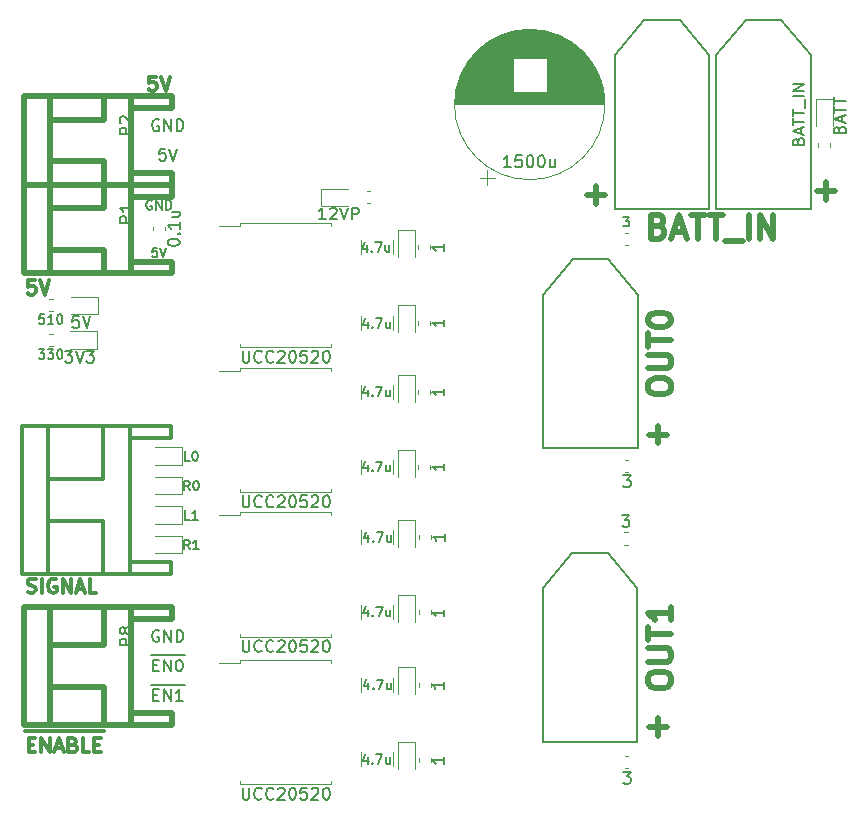
<source format=gbr>
G04 #@! TF.GenerationSoftware,KiCad,Pcbnew,(5.1.2)-1*
G04 #@! TF.CreationDate,2019-09-19T23:19:24+09:00*
G04 #@! TF.ProjectId,Slapnir,536c6170-6e69-4722-9e6b-696361645f70,rev?*
G04 #@! TF.SameCoordinates,Original*
G04 #@! TF.FileFunction,Legend,Top*
G04 #@! TF.FilePolarity,Positive*
%FSLAX46Y46*%
G04 Gerber Fmt 4.6, Leading zero omitted, Abs format (unit mm)*
G04 Created by KiCad (PCBNEW (5.1.2)-1) date 2019-09-19 23:19:24*
%MOMM*%
%LPD*%
G04 APERTURE LIST*
%ADD10C,0.150000*%
%ADD11C,0.500000*%
%ADD12C,0.120000*%
%ADD13C,0.300000*%
G04 APERTURE END LIST*
D10*
X124797619Y-91335000D02*
X125702380Y-91335000D01*
X125035714Y-92178571D02*
X125369047Y-92178571D01*
X125511904Y-92702380D02*
X125035714Y-92702380D01*
X125035714Y-91702380D01*
X125511904Y-91702380D01*
X125702380Y-91335000D02*
X126750000Y-91335000D01*
X125940476Y-92702380D02*
X125940476Y-91702380D01*
X126511904Y-92702380D01*
X126511904Y-91702380D01*
X126750000Y-91335000D02*
X127702380Y-91335000D01*
X127511904Y-92702380D02*
X126940476Y-92702380D01*
X127226190Y-92702380D02*
X127226190Y-91702380D01*
X127130952Y-91845238D01*
X127035714Y-91940476D01*
X126940476Y-91988095D01*
X124797619Y-88835000D02*
X125702380Y-88835000D01*
X125035714Y-89678571D02*
X125369047Y-89678571D01*
X125511904Y-90202380D02*
X125035714Y-90202380D01*
X125035714Y-89202380D01*
X125511904Y-89202380D01*
X125702380Y-88835000D02*
X126750000Y-88835000D01*
X125940476Y-90202380D02*
X125940476Y-89202380D01*
X126511904Y-90202380D01*
X126511904Y-89202380D01*
X126750000Y-88835000D02*
X127702380Y-88835000D01*
X127178571Y-89202380D02*
X127273809Y-89202380D01*
X127369047Y-89250000D01*
X127416666Y-89297619D01*
X127464285Y-89392857D01*
X127511904Y-89583333D01*
X127511904Y-89821428D01*
X127464285Y-90011904D01*
X127416666Y-90107142D01*
X127369047Y-90154761D01*
X127273809Y-90202380D01*
X127178571Y-90202380D01*
X127083333Y-90154761D01*
X127035714Y-90107142D01*
X126988095Y-90011904D01*
X126940476Y-89821428D01*
X126940476Y-89583333D01*
X126988095Y-89392857D01*
X127035714Y-89297619D01*
X127083333Y-89250000D01*
X127178571Y-89202380D01*
X125488095Y-86750000D02*
X125392857Y-86702380D01*
X125250000Y-86702380D01*
X125107142Y-86750000D01*
X125011904Y-86845238D01*
X124964285Y-86940476D01*
X124916666Y-87130952D01*
X124916666Y-87273809D01*
X124964285Y-87464285D01*
X125011904Y-87559523D01*
X125107142Y-87654761D01*
X125250000Y-87702380D01*
X125345238Y-87702380D01*
X125488095Y-87654761D01*
X125535714Y-87607142D01*
X125535714Y-87273809D01*
X125345238Y-87273809D01*
X125964285Y-87702380D02*
X125964285Y-86702380D01*
X126535714Y-87702380D01*
X126535714Y-86702380D01*
X127011904Y-87702380D02*
X127011904Y-86702380D01*
X127250000Y-86702380D01*
X127392857Y-86750000D01*
X127488095Y-86845238D01*
X127535714Y-86940476D01*
X127583333Y-87130952D01*
X127583333Y-87273809D01*
X127535714Y-87464285D01*
X127488095Y-87559523D01*
X127392857Y-87654761D01*
X127250000Y-87702380D01*
X127011904Y-87702380D01*
X128116666Y-77361904D02*
X127735714Y-77361904D01*
X127735714Y-76561904D01*
X128802380Y-77361904D02*
X128345238Y-77361904D01*
X128573809Y-77361904D02*
X128573809Y-76561904D01*
X128497619Y-76676190D01*
X128421428Y-76752380D01*
X128345238Y-76790476D01*
X128116666Y-79861904D02*
X127850000Y-79480952D01*
X127659523Y-79861904D02*
X127659523Y-79061904D01*
X127964285Y-79061904D01*
X128040476Y-79100000D01*
X128078571Y-79138095D01*
X128116666Y-79214285D01*
X128116666Y-79328571D01*
X128078571Y-79404761D01*
X128040476Y-79442857D01*
X127964285Y-79480952D01*
X127659523Y-79480952D01*
X128878571Y-79861904D02*
X128421428Y-79861904D01*
X128650000Y-79861904D02*
X128650000Y-79061904D01*
X128573809Y-79176190D01*
X128497619Y-79252380D01*
X128421428Y-79290476D01*
X128116666Y-74861904D02*
X127850000Y-74480952D01*
X127659523Y-74861904D02*
X127659523Y-74061904D01*
X127964285Y-74061904D01*
X128040476Y-74100000D01*
X128078571Y-74138095D01*
X128116666Y-74214285D01*
X128116666Y-74328571D01*
X128078571Y-74404761D01*
X128040476Y-74442857D01*
X127964285Y-74480952D01*
X127659523Y-74480952D01*
X128611904Y-74061904D02*
X128688095Y-74061904D01*
X128764285Y-74100000D01*
X128802380Y-74138095D01*
X128840476Y-74214285D01*
X128878571Y-74366666D01*
X128878571Y-74557142D01*
X128840476Y-74709523D01*
X128802380Y-74785714D01*
X128764285Y-74823809D01*
X128688095Y-74861904D01*
X128611904Y-74861904D01*
X128535714Y-74823809D01*
X128497619Y-74785714D01*
X128459523Y-74709523D01*
X128421428Y-74557142D01*
X128421428Y-74366666D01*
X128459523Y-74214285D01*
X128497619Y-74138095D01*
X128535714Y-74100000D01*
X128611904Y-74061904D01*
X128116666Y-72361904D02*
X127735714Y-72361904D01*
X127735714Y-71561904D01*
X128535714Y-71561904D02*
X128611904Y-71561904D01*
X128688095Y-71600000D01*
X128726190Y-71638095D01*
X128764285Y-71714285D01*
X128802380Y-71866666D01*
X128802380Y-72057142D01*
X128764285Y-72209523D01*
X128726190Y-72285714D01*
X128688095Y-72323809D01*
X128611904Y-72361904D01*
X128535714Y-72361904D01*
X128459523Y-72323809D01*
X128421428Y-72285714D01*
X128383333Y-72209523D01*
X128345238Y-72057142D01*
X128345238Y-71866666D01*
X128383333Y-71714285D01*
X128421428Y-71638095D01*
X128459523Y-71600000D01*
X128535714Y-71561904D01*
X124890476Y-50350000D02*
X124814285Y-50311904D01*
X124700000Y-50311904D01*
X124585714Y-50350000D01*
X124509523Y-50426190D01*
X124471428Y-50502380D01*
X124433333Y-50654761D01*
X124433333Y-50769047D01*
X124471428Y-50921428D01*
X124509523Y-50997619D01*
X124585714Y-51073809D01*
X124700000Y-51111904D01*
X124776190Y-51111904D01*
X124890476Y-51073809D01*
X124928571Y-51035714D01*
X124928571Y-50769047D01*
X124776190Y-50769047D01*
X125271428Y-51111904D02*
X125271428Y-50311904D01*
X125728571Y-51111904D01*
X125728571Y-50311904D01*
X126109523Y-51111904D02*
X126109523Y-50311904D01*
X126300000Y-50311904D01*
X126414285Y-50350000D01*
X126490476Y-50426190D01*
X126528571Y-50502380D01*
X126566666Y-50654761D01*
X126566666Y-50769047D01*
X126528571Y-50921428D01*
X126490476Y-50997619D01*
X126414285Y-51073809D01*
X126300000Y-51111904D01*
X126109523Y-51111904D01*
X125347619Y-54311904D02*
X124966666Y-54311904D01*
X124928571Y-54692857D01*
X124966666Y-54654761D01*
X125042857Y-54616666D01*
X125233333Y-54616666D01*
X125309523Y-54654761D01*
X125347619Y-54692857D01*
X125385714Y-54769047D01*
X125385714Y-54959523D01*
X125347619Y-55035714D01*
X125309523Y-55073809D01*
X125233333Y-55111904D01*
X125042857Y-55111904D01*
X124966666Y-55073809D01*
X124928571Y-55035714D01*
X125614285Y-54311904D02*
X125880952Y-55111904D01*
X126147619Y-54311904D01*
X126059523Y-45952380D02*
X125583333Y-45952380D01*
X125535714Y-46428571D01*
X125583333Y-46380952D01*
X125678571Y-46333333D01*
X125916666Y-46333333D01*
X126011904Y-46380952D01*
X126059523Y-46428571D01*
X126107142Y-46523809D01*
X126107142Y-46761904D01*
X126059523Y-46857142D01*
X126011904Y-46904761D01*
X125916666Y-46952380D01*
X125678571Y-46952380D01*
X125583333Y-46904761D01*
X125535714Y-46857142D01*
X126392857Y-45952380D02*
X126726190Y-46952380D01*
X127059523Y-45952380D01*
X125488095Y-43500000D02*
X125392857Y-43452380D01*
X125250000Y-43452380D01*
X125107142Y-43500000D01*
X125011904Y-43595238D01*
X124964285Y-43690476D01*
X124916666Y-43880952D01*
X124916666Y-44023809D01*
X124964285Y-44214285D01*
X125011904Y-44309523D01*
X125107142Y-44404761D01*
X125250000Y-44452380D01*
X125345238Y-44452380D01*
X125488095Y-44404761D01*
X125535714Y-44357142D01*
X125535714Y-44023809D01*
X125345238Y-44023809D01*
X125964285Y-44452380D02*
X125964285Y-43452380D01*
X126535714Y-44452380D01*
X126535714Y-43452380D01*
X127011904Y-44452380D02*
X127011904Y-43452380D01*
X127250000Y-43452380D01*
X127392857Y-43500000D01*
X127488095Y-43595238D01*
X127535714Y-43690476D01*
X127583333Y-43880952D01*
X127583333Y-44023809D01*
X127535714Y-44214285D01*
X127488095Y-44309523D01*
X127392857Y-44404761D01*
X127250000Y-44452380D01*
X127011904Y-44452380D01*
D11*
X161738095Y-49892857D02*
X163261904Y-49892857D01*
X162500000Y-50654761D02*
X162500000Y-49130952D01*
X166988095Y-94892857D02*
X168511904Y-94892857D01*
X167750000Y-95654761D02*
X167750000Y-94130952D01*
X166988095Y-70142857D02*
X168511904Y-70142857D01*
X167750000Y-70904761D02*
X167750000Y-69380952D01*
X181238095Y-49492857D02*
X182761904Y-49492857D01*
X182000000Y-50254761D02*
X182000000Y-48730952D01*
D12*
X126010000Y-52537221D02*
X126010000Y-52862779D01*
X124990000Y-52537221D02*
X124990000Y-52862779D01*
X145310000Y-53697936D02*
X145310000Y-54902064D01*
X142590000Y-53697936D02*
X142590000Y-54902064D01*
X145310000Y-60097936D02*
X145310000Y-61302064D01*
X142590000Y-60097936D02*
X142590000Y-61302064D01*
X142590000Y-65947936D02*
X142590000Y-67152064D01*
X145310000Y-65947936D02*
X145310000Y-67152064D01*
X145310000Y-72297936D02*
X145310000Y-73502064D01*
X142590000Y-72297936D02*
X142590000Y-73502064D01*
X142640000Y-78247936D02*
X142640000Y-79452064D01*
X145360000Y-78247936D02*
X145360000Y-79452064D01*
X142640000Y-84547936D02*
X142640000Y-85752064D01*
X145360000Y-84547936D02*
X145360000Y-85752064D01*
X145360000Y-90747936D02*
X145360000Y-91952064D01*
X142640000Y-90747936D02*
X142640000Y-91952064D01*
X142640000Y-97047936D02*
X142640000Y-98252064D01*
X145360000Y-97047936D02*
X145360000Y-98252064D01*
X163270000Y-42200000D02*
G75*
G03X163270000Y-42200000I-6370000J0D01*
G01*
X150570000Y-42200000D02*
X163230000Y-42200000D01*
X150570000Y-42160000D02*
X163230000Y-42160000D01*
X150570000Y-42120000D02*
X163230000Y-42120000D01*
X150571000Y-42080000D02*
X163229000Y-42080000D01*
X150572000Y-42040000D02*
X163228000Y-42040000D01*
X150573000Y-42000000D02*
X163227000Y-42000000D01*
X150574000Y-41960000D02*
X163226000Y-41960000D01*
X150576000Y-41920000D02*
X163224000Y-41920000D01*
X150578000Y-41880000D02*
X163222000Y-41880000D01*
X150580000Y-41840000D02*
X163220000Y-41840000D01*
X150582000Y-41800000D02*
X163218000Y-41800000D01*
X150585000Y-41760000D02*
X163215000Y-41760000D01*
X150588000Y-41720000D02*
X163212000Y-41720000D01*
X150591000Y-41680000D02*
X163209000Y-41680000D01*
X150594000Y-41640000D02*
X163206000Y-41640000D01*
X150598000Y-41600000D02*
X163202000Y-41600000D01*
X150602000Y-41560000D02*
X163198000Y-41560000D01*
X150606000Y-41520000D02*
X163194000Y-41520000D01*
X150610000Y-41479000D02*
X163190000Y-41479000D01*
X150615000Y-41439000D02*
X163185000Y-41439000D01*
X150620000Y-41399000D02*
X163180000Y-41399000D01*
X150625000Y-41359000D02*
X163175000Y-41359000D01*
X150631000Y-41319000D02*
X163169000Y-41319000D01*
X150636000Y-41279000D02*
X163164000Y-41279000D01*
X150642000Y-41239000D02*
X163158000Y-41239000D01*
X150648000Y-41199000D02*
X163152000Y-41199000D01*
X150655000Y-41159000D02*
X163145000Y-41159000D01*
X150662000Y-41119000D02*
X155460000Y-41119000D01*
X158340000Y-41119000D02*
X163138000Y-41119000D01*
X150669000Y-41079000D02*
X155460000Y-41079000D01*
X158340000Y-41079000D02*
X163131000Y-41079000D01*
X150676000Y-41039000D02*
X155460000Y-41039000D01*
X158340000Y-41039000D02*
X163124000Y-41039000D01*
X150684000Y-40999000D02*
X155460000Y-40999000D01*
X158340000Y-40999000D02*
X163116000Y-40999000D01*
X150691000Y-40959000D02*
X155460000Y-40959000D01*
X158340000Y-40959000D02*
X163109000Y-40959000D01*
X150699000Y-40919000D02*
X155460000Y-40919000D01*
X158340000Y-40919000D02*
X163101000Y-40919000D01*
X150708000Y-40879000D02*
X155460000Y-40879000D01*
X158340000Y-40879000D02*
X163092000Y-40879000D01*
X150716000Y-40839000D02*
X155460000Y-40839000D01*
X158340000Y-40839000D02*
X163084000Y-40839000D01*
X150725000Y-40799000D02*
X155460000Y-40799000D01*
X158340000Y-40799000D02*
X163075000Y-40799000D01*
X150734000Y-40759000D02*
X155460000Y-40759000D01*
X158340000Y-40759000D02*
X163066000Y-40759000D01*
X150744000Y-40719000D02*
X155460000Y-40719000D01*
X158340000Y-40719000D02*
X163056000Y-40719000D01*
X150754000Y-40679000D02*
X155460000Y-40679000D01*
X158340000Y-40679000D02*
X163046000Y-40679000D01*
X150763000Y-40639000D02*
X155460000Y-40639000D01*
X158340000Y-40639000D02*
X163037000Y-40639000D01*
X150774000Y-40599000D02*
X155460000Y-40599000D01*
X158340000Y-40599000D02*
X163026000Y-40599000D01*
X150784000Y-40559000D02*
X155460000Y-40559000D01*
X158340000Y-40559000D02*
X163016000Y-40559000D01*
X150795000Y-40519000D02*
X155460000Y-40519000D01*
X158340000Y-40519000D02*
X163005000Y-40519000D01*
X150806000Y-40479000D02*
X155460000Y-40479000D01*
X158340000Y-40479000D02*
X162994000Y-40479000D01*
X150817000Y-40439000D02*
X155460000Y-40439000D01*
X158340000Y-40439000D02*
X162983000Y-40439000D01*
X150829000Y-40399000D02*
X155460000Y-40399000D01*
X158340000Y-40399000D02*
X162971000Y-40399000D01*
X150841000Y-40359000D02*
X155460000Y-40359000D01*
X158340000Y-40359000D02*
X162959000Y-40359000D01*
X150853000Y-40319000D02*
X155460000Y-40319000D01*
X158340000Y-40319000D02*
X162947000Y-40319000D01*
X150866000Y-40279000D02*
X155460000Y-40279000D01*
X158340000Y-40279000D02*
X162934000Y-40279000D01*
X150879000Y-40239000D02*
X155460000Y-40239000D01*
X158340000Y-40239000D02*
X162921000Y-40239000D01*
X150892000Y-40199000D02*
X155460000Y-40199000D01*
X158340000Y-40199000D02*
X162908000Y-40199000D01*
X150905000Y-40159000D02*
X155460000Y-40159000D01*
X158340000Y-40159000D02*
X162895000Y-40159000D01*
X150919000Y-40119000D02*
X155460000Y-40119000D01*
X158340000Y-40119000D02*
X162881000Y-40119000D01*
X150933000Y-40079000D02*
X155460000Y-40079000D01*
X158340000Y-40079000D02*
X162867000Y-40079000D01*
X150947000Y-40039000D02*
X155460000Y-40039000D01*
X158340000Y-40039000D02*
X162853000Y-40039000D01*
X150961000Y-39999000D02*
X155460000Y-39999000D01*
X158340000Y-39999000D02*
X162839000Y-39999000D01*
X150976000Y-39959000D02*
X155460000Y-39959000D01*
X158340000Y-39959000D02*
X162824000Y-39959000D01*
X150992000Y-39919000D02*
X155460000Y-39919000D01*
X158340000Y-39919000D02*
X162808000Y-39919000D01*
X151007000Y-39879000D02*
X155460000Y-39879000D01*
X158340000Y-39879000D02*
X162793000Y-39879000D01*
X151023000Y-39839000D02*
X155460000Y-39839000D01*
X158340000Y-39839000D02*
X162777000Y-39839000D01*
X151039000Y-39799000D02*
X155460000Y-39799000D01*
X158340000Y-39799000D02*
X162761000Y-39799000D01*
X151055000Y-39759000D02*
X155460000Y-39759000D01*
X158340000Y-39759000D02*
X162745000Y-39759000D01*
X151072000Y-39719000D02*
X155460000Y-39719000D01*
X158340000Y-39719000D02*
X162728000Y-39719000D01*
X151089000Y-39679000D02*
X155460000Y-39679000D01*
X158340000Y-39679000D02*
X162711000Y-39679000D01*
X151107000Y-39639000D02*
X155460000Y-39639000D01*
X158340000Y-39639000D02*
X162693000Y-39639000D01*
X151124000Y-39599000D02*
X155460000Y-39599000D01*
X158340000Y-39599000D02*
X162676000Y-39599000D01*
X151142000Y-39559000D02*
X155460000Y-39559000D01*
X158340000Y-39559000D02*
X162658000Y-39559000D01*
X151161000Y-39519000D02*
X155460000Y-39519000D01*
X158340000Y-39519000D02*
X162639000Y-39519000D01*
X151179000Y-39479000D02*
X155460000Y-39479000D01*
X158340000Y-39479000D02*
X162621000Y-39479000D01*
X151198000Y-39439000D02*
X155460000Y-39439000D01*
X158340000Y-39439000D02*
X162602000Y-39439000D01*
X151218000Y-39399000D02*
X155460000Y-39399000D01*
X158340000Y-39399000D02*
X162582000Y-39399000D01*
X151238000Y-39359000D02*
X155460000Y-39359000D01*
X158340000Y-39359000D02*
X162562000Y-39359000D01*
X151258000Y-39319000D02*
X155460000Y-39319000D01*
X158340000Y-39319000D02*
X162542000Y-39319000D01*
X151278000Y-39279000D02*
X155460000Y-39279000D01*
X158340000Y-39279000D02*
X162522000Y-39279000D01*
X151299000Y-39239000D02*
X155460000Y-39239000D01*
X158340000Y-39239000D02*
X162501000Y-39239000D01*
X151320000Y-39199000D02*
X155460000Y-39199000D01*
X158340000Y-39199000D02*
X162480000Y-39199000D01*
X151342000Y-39159000D02*
X155460000Y-39159000D01*
X158340000Y-39159000D02*
X162458000Y-39159000D01*
X151364000Y-39119000D02*
X155460000Y-39119000D01*
X158340000Y-39119000D02*
X162436000Y-39119000D01*
X151386000Y-39079000D02*
X155460000Y-39079000D01*
X158340000Y-39079000D02*
X162414000Y-39079000D01*
X151409000Y-39039000D02*
X155460000Y-39039000D01*
X158340000Y-39039000D02*
X162391000Y-39039000D01*
X151432000Y-38999000D02*
X155460000Y-38999000D01*
X158340000Y-38999000D02*
X162368000Y-38999000D01*
X151455000Y-38959000D02*
X155460000Y-38959000D01*
X158340000Y-38959000D02*
X162345000Y-38959000D01*
X151479000Y-38919000D02*
X155460000Y-38919000D01*
X158340000Y-38919000D02*
X162321000Y-38919000D01*
X151503000Y-38879000D02*
X155460000Y-38879000D01*
X158340000Y-38879000D02*
X162297000Y-38879000D01*
X151528000Y-38839000D02*
X155460000Y-38839000D01*
X158340000Y-38839000D02*
X162272000Y-38839000D01*
X151553000Y-38799000D02*
X155460000Y-38799000D01*
X158340000Y-38799000D02*
X162247000Y-38799000D01*
X151578000Y-38759000D02*
X155460000Y-38759000D01*
X158340000Y-38759000D02*
X162222000Y-38759000D01*
X151604000Y-38719000D02*
X155460000Y-38719000D01*
X158340000Y-38719000D02*
X162196000Y-38719000D01*
X151630000Y-38679000D02*
X155460000Y-38679000D01*
X158340000Y-38679000D02*
X162170000Y-38679000D01*
X151657000Y-38639000D02*
X155460000Y-38639000D01*
X158340000Y-38639000D02*
X162143000Y-38639000D01*
X151684000Y-38599000D02*
X155460000Y-38599000D01*
X158340000Y-38599000D02*
X162116000Y-38599000D01*
X151712000Y-38559000D02*
X155460000Y-38559000D01*
X158340000Y-38559000D02*
X162088000Y-38559000D01*
X151740000Y-38519000D02*
X155460000Y-38519000D01*
X158340000Y-38519000D02*
X162060000Y-38519000D01*
X151769000Y-38479000D02*
X155460000Y-38479000D01*
X158340000Y-38479000D02*
X162031000Y-38479000D01*
X151798000Y-38439000D02*
X155460000Y-38439000D01*
X158340000Y-38439000D02*
X162002000Y-38439000D01*
X151827000Y-38399000D02*
X155460000Y-38399000D01*
X158340000Y-38399000D02*
X161973000Y-38399000D01*
X151857000Y-38359000D02*
X155460000Y-38359000D01*
X158340000Y-38359000D02*
X161943000Y-38359000D01*
X151888000Y-38319000D02*
X155460000Y-38319000D01*
X158340000Y-38319000D02*
X161912000Y-38319000D01*
X151918000Y-38279000D02*
X155460000Y-38279000D01*
X158340000Y-38279000D02*
X161882000Y-38279000D01*
X151950000Y-38239000D02*
X161850000Y-38239000D01*
X151982000Y-38199000D02*
X161818000Y-38199000D01*
X152015000Y-38159000D02*
X161785000Y-38159000D01*
X152048000Y-38119000D02*
X161752000Y-38119000D01*
X152081000Y-38079000D02*
X161719000Y-38079000D01*
X152115000Y-38039000D02*
X161685000Y-38039000D01*
X152150000Y-37999000D02*
X161650000Y-37999000D01*
X152186000Y-37959000D02*
X161614000Y-37959000D01*
X152222000Y-37919000D02*
X161578000Y-37919000D01*
X152258000Y-37879000D02*
X161542000Y-37879000D01*
X152295000Y-37839000D02*
X161505000Y-37839000D01*
X152333000Y-37799000D02*
X161467000Y-37799000D01*
X152372000Y-37759000D02*
X161428000Y-37759000D01*
X152411000Y-37719000D02*
X161389000Y-37719000D01*
X152451000Y-37679000D02*
X161349000Y-37679000D01*
X152492000Y-37639000D02*
X161308000Y-37639000D01*
X152533000Y-37599000D02*
X161267000Y-37599000D01*
X152575000Y-37559000D02*
X161225000Y-37559000D01*
X152618000Y-37519000D02*
X161182000Y-37519000D01*
X152662000Y-37479000D02*
X161138000Y-37479000D01*
X152706000Y-37439000D02*
X161094000Y-37439000D01*
X152752000Y-37399000D02*
X161048000Y-37399000D01*
X152798000Y-37359000D02*
X161002000Y-37359000D01*
X152845000Y-37319000D02*
X160955000Y-37319000D01*
X152893000Y-37279000D02*
X160907000Y-37279000D01*
X152943000Y-37239000D02*
X160857000Y-37239000D01*
X152993000Y-37199000D02*
X160807000Y-37199000D01*
X153044000Y-37159000D02*
X160756000Y-37159000D01*
X153096000Y-37119000D02*
X160704000Y-37119000D01*
X153150000Y-37079000D02*
X160650000Y-37079000D01*
X153204000Y-37039000D02*
X160596000Y-37039000D01*
X153260000Y-36999000D02*
X160540000Y-36999000D01*
X153317000Y-36959000D02*
X160483000Y-36959000D01*
X153376000Y-36919000D02*
X160424000Y-36919000D01*
X153436000Y-36879000D02*
X160364000Y-36879000D01*
X153498000Y-36839000D02*
X160302000Y-36839000D01*
X153561000Y-36799000D02*
X160239000Y-36799000D01*
X153625000Y-36759000D02*
X160175000Y-36759000D01*
X153692000Y-36719000D02*
X160108000Y-36719000D01*
X153760000Y-36679000D02*
X160040000Y-36679000D01*
X153831000Y-36639000D02*
X159969000Y-36639000D01*
X153904000Y-36599000D02*
X159896000Y-36599000D01*
X153979000Y-36559000D02*
X159821000Y-36559000D01*
X154056000Y-36519000D02*
X159744000Y-36519000D01*
X154136000Y-36479000D02*
X159664000Y-36479000D01*
X154219000Y-36439000D02*
X159581000Y-36439000D01*
X154306000Y-36399000D02*
X159494000Y-36399000D01*
X154396000Y-36359000D02*
X159404000Y-36359000D01*
X154490000Y-36319000D02*
X159310000Y-36319000D01*
X154588000Y-36279000D02*
X159212000Y-36279000D01*
X154691000Y-36239000D02*
X159109000Y-36239000D01*
X154800000Y-36199000D02*
X159000000Y-36199000D01*
X154916000Y-36159000D02*
X158884000Y-36159000D01*
X155039000Y-36119000D02*
X158761000Y-36119000D01*
X155172000Y-36079000D02*
X158628000Y-36079000D01*
X155317000Y-36039000D02*
X158483000Y-36039000D01*
X155478000Y-35999000D02*
X158322000Y-35999000D01*
X155659000Y-35959000D02*
X158141000Y-35959000D01*
X155872000Y-35919000D02*
X157928000Y-35919000D01*
X156143000Y-35879000D02*
X157657000Y-35879000D01*
X156583000Y-35839000D02*
X157217000Y-35839000D01*
X153325000Y-49017082D02*
X153325000Y-47767082D01*
X152700000Y-48392082D02*
X153950000Y-48392082D01*
X127485000Y-71215000D02*
X125200000Y-71215000D01*
X127485000Y-72685000D02*
X127485000Y-71215000D01*
X125200000Y-72685000D02*
X127485000Y-72685000D01*
X125200000Y-75185000D02*
X127485000Y-75185000D01*
X127485000Y-75185000D02*
X127485000Y-73715000D01*
X127485000Y-73715000D02*
X125200000Y-73715000D01*
X127485000Y-76215000D02*
X125200000Y-76215000D01*
X127485000Y-77685000D02*
X127485000Y-76215000D01*
X125200000Y-77685000D02*
X127485000Y-77685000D01*
X125200000Y-80185000D02*
X127485000Y-80185000D01*
X127485000Y-80185000D02*
X127485000Y-78715000D01*
X127485000Y-78715000D02*
X125200000Y-78715000D01*
X118050000Y-59935000D02*
X120335000Y-59935000D01*
X120335000Y-59935000D02*
X120335000Y-58465000D01*
X120335000Y-58465000D02*
X118050000Y-58465000D01*
X120285000Y-61415000D02*
X118000000Y-61415000D01*
X120285000Y-62885000D02*
X120285000Y-61415000D01*
X118000000Y-62885000D02*
X120285000Y-62885000D01*
X147185000Y-55100000D02*
X147185000Y-52815000D01*
X147185000Y-52815000D02*
X145715000Y-52815000D01*
X145715000Y-52815000D02*
X145715000Y-55100000D01*
X147185000Y-67350000D02*
X147185000Y-65065000D01*
X147185000Y-65065000D02*
X145715000Y-65065000D01*
X145715000Y-65065000D02*
X145715000Y-67350000D01*
X145715000Y-71415000D02*
X145715000Y-73700000D01*
X147185000Y-71415000D02*
X145715000Y-71415000D01*
X147185000Y-73700000D02*
X147185000Y-71415000D01*
X145715000Y-77365000D02*
X145715000Y-79650000D01*
X147185000Y-77365000D02*
X145715000Y-77365000D01*
X147185000Y-79650000D02*
X147185000Y-77365000D01*
X147185000Y-86000000D02*
X147185000Y-83715000D01*
X147185000Y-83715000D02*
X145715000Y-83715000D01*
X145715000Y-83715000D02*
X145715000Y-86000000D01*
X145715000Y-89865000D02*
X145715000Y-92150000D01*
X147185000Y-89865000D02*
X145715000Y-89865000D01*
X147185000Y-92150000D02*
X147185000Y-89865000D01*
X147185000Y-98500000D02*
X147185000Y-96215000D01*
X147185000Y-96215000D02*
X145715000Y-96215000D01*
X145715000Y-96215000D02*
X145715000Y-98500000D01*
X182585000Y-44000000D02*
X182585000Y-41715000D01*
X182585000Y-41715000D02*
X181115000Y-41715000D01*
X181115000Y-41715000D02*
X181115000Y-44000000D01*
X139265000Y-50785000D02*
X141550000Y-50785000D01*
X139265000Y-49315000D02*
X139265000Y-50785000D01*
X141550000Y-49315000D02*
X139265000Y-49315000D01*
D11*
X126650000Y-50000000D02*
X126650000Y-49000000D01*
X126650000Y-56500000D02*
X126650000Y-55500000D01*
X126650000Y-55500000D02*
X123150000Y-55500000D01*
X126650000Y-50000000D02*
X123150000Y-50000000D01*
X120850000Y-54500000D02*
X120850000Y-56500000D01*
X120850000Y-51000000D02*
X120850000Y-49000000D01*
X120850000Y-54500000D02*
X116250000Y-54500000D01*
X120850000Y-51000000D02*
X116250000Y-51000000D01*
X123150000Y-49000000D02*
X123150000Y-56500000D01*
X116250000Y-49000000D02*
X116250000Y-56500000D01*
X114050000Y-49000000D02*
X114050000Y-56500000D01*
X126650000Y-56500000D02*
X114050000Y-56500000D01*
X126650000Y-49000000D02*
X114050000Y-49000000D01*
X126650000Y-41500000D02*
X114050000Y-41500000D01*
X126650000Y-49000000D02*
X114050000Y-49000000D01*
X114050000Y-41500000D02*
X114050000Y-49000000D01*
X116250000Y-41500000D02*
X116250000Y-49000000D01*
X123150000Y-41500000D02*
X123150000Y-49000000D01*
X120850000Y-43500000D02*
X116250000Y-43500000D01*
X120850000Y-47000000D02*
X116250000Y-47000000D01*
X120850000Y-43500000D02*
X120850000Y-41500000D01*
X120850000Y-47000000D02*
X120850000Y-49000000D01*
X126650000Y-42500000D02*
X123150000Y-42500000D01*
X126650000Y-48000000D02*
X123150000Y-48000000D01*
X126650000Y-49000000D02*
X126650000Y-48000000D01*
X126650000Y-42500000D02*
X126650000Y-41500000D01*
D13*
X126550000Y-70450000D02*
X123050000Y-70450000D01*
X126550000Y-69450000D02*
X126550000Y-70450000D01*
X126550000Y-69450000D02*
X113950000Y-69450000D01*
X116150000Y-69450000D02*
X116150000Y-81950000D01*
X120750000Y-73950000D02*
X120750000Y-69450000D01*
X116150000Y-73950000D02*
X120750000Y-73950000D01*
X120750000Y-77450000D02*
X120750000Y-81950000D01*
X120750000Y-77450000D02*
X116150000Y-77450000D01*
X123050000Y-69450000D02*
X123050000Y-81950000D01*
X126550000Y-80950000D02*
X126550000Y-81950000D01*
X123050000Y-80950000D02*
X126550000Y-80950000D01*
X126550000Y-81950000D02*
X113950000Y-81950000D01*
X113950000Y-81950000D02*
X113950000Y-69450000D01*
D10*
X172100000Y-51050000D02*
X164100000Y-51050000D01*
X169600000Y-35050000D02*
X166600000Y-35050000D01*
X172100000Y-38050000D02*
X172100000Y-51050000D01*
X169600000Y-35050000D02*
X172100000Y-38050000D01*
X164100000Y-38050000D02*
X164100000Y-51050000D01*
X166600000Y-35050000D02*
X164100000Y-38050000D01*
X180700000Y-51050000D02*
X172700000Y-51050000D01*
X178200000Y-35050000D02*
X175200000Y-35050000D01*
X180700000Y-38050000D02*
X180700000Y-51050000D01*
X178200000Y-35050000D02*
X180700000Y-38050000D01*
X172700000Y-38050000D02*
X172700000Y-51050000D01*
X175200000Y-35050000D02*
X172700000Y-38050000D01*
X160550000Y-55300000D02*
X158050000Y-58300000D01*
X158050000Y-58300000D02*
X158050000Y-71300000D01*
X163550000Y-55300000D02*
X166050000Y-58300000D01*
X166050000Y-58300000D02*
X166050000Y-71300000D01*
X163550000Y-55300000D02*
X160550000Y-55300000D01*
X166050000Y-71300000D02*
X158050000Y-71300000D01*
X166000000Y-96150000D02*
X158000000Y-96150000D01*
X163500000Y-80150000D02*
X160500000Y-80150000D01*
X166000000Y-83150000D02*
X166000000Y-96150000D01*
X163500000Y-80150000D02*
X166000000Y-83150000D01*
X158000000Y-83150000D02*
X158000000Y-96150000D01*
X160500000Y-80150000D02*
X158000000Y-83150000D01*
D12*
X116512779Y-58690000D02*
X116187221Y-58690000D01*
X116512779Y-59710000D02*
X116187221Y-59710000D01*
X116512779Y-61640000D02*
X116187221Y-61640000D01*
X116512779Y-62660000D02*
X116187221Y-62660000D01*
X165262779Y-53090000D02*
X164937221Y-53090000D01*
X165262779Y-54110000D02*
X164937221Y-54110000D01*
X165262779Y-72340000D02*
X164937221Y-72340000D01*
X165262779Y-73360000D02*
X164937221Y-73360000D01*
X165212779Y-79460000D02*
X164887221Y-79460000D01*
X165212779Y-78440000D02*
X164887221Y-78440000D01*
X165262779Y-98360000D02*
X164937221Y-98360000D01*
X165262779Y-97340000D02*
X164937221Y-97340000D01*
X148460000Y-54137221D02*
X148460000Y-54462779D01*
X147440000Y-54137221D02*
X147440000Y-54462779D01*
X147440000Y-60537221D02*
X147440000Y-60862779D01*
X148460000Y-60537221D02*
X148460000Y-60862779D01*
X148460000Y-66387221D02*
X148460000Y-66712779D01*
X147440000Y-66387221D02*
X147440000Y-66712779D01*
X148460000Y-72737221D02*
X148460000Y-73062779D01*
X147440000Y-72737221D02*
X147440000Y-73062779D01*
X147490000Y-78687221D02*
X147490000Y-79012779D01*
X148510000Y-78687221D02*
X148510000Y-79012779D01*
X148510000Y-85037221D02*
X148510000Y-85362779D01*
X147490000Y-85037221D02*
X147490000Y-85362779D01*
X147490000Y-91187221D02*
X147490000Y-91512779D01*
X148510000Y-91187221D02*
X148510000Y-91512779D01*
X148510000Y-97537221D02*
X148510000Y-97862779D01*
X147490000Y-97537221D02*
X147490000Y-97862779D01*
X181340000Y-45437221D02*
X181340000Y-45762779D01*
X182360000Y-45437221D02*
X182360000Y-45762779D01*
X143087221Y-50560000D02*
X143412779Y-50560000D01*
X143087221Y-49540000D02*
X143412779Y-49540000D01*
X136250000Y-62760000D02*
X140110000Y-62760000D01*
X140110000Y-62760000D02*
X140110000Y-62505000D01*
X136250000Y-62760000D02*
X132390000Y-62760000D01*
X132390000Y-62760000D02*
X132390000Y-62505000D01*
X136250000Y-52240000D02*
X140110000Y-52240000D01*
X140110000Y-52240000D02*
X140110000Y-52495000D01*
X136250000Y-52240000D02*
X132390000Y-52240000D01*
X132390000Y-52240000D02*
X132390000Y-52495000D01*
X132390000Y-52495000D02*
X130575000Y-52495000D01*
X132390000Y-64745000D02*
X130575000Y-64745000D01*
X132390000Y-64490000D02*
X132390000Y-64745000D01*
X136250000Y-64490000D02*
X132390000Y-64490000D01*
X140110000Y-64490000D02*
X140110000Y-64745000D01*
X136250000Y-64490000D02*
X140110000Y-64490000D01*
X132390000Y-75010000D02*
X132390000Y-74755000D01*
X136250000Y-75010000D02*
X132390000Y-75010000D01*
X140110000Y-75010000D02*
X140110000Y-74755000D01*
X136250000Y-75010000D02*
X140110000Y-75010000D01*
X136250000Y-87260000D02*
X140110000Y-87260000D01*
X140110000Y-87260000D02*
X140110000Y-87005000D01*
X136250000Y-87260000D02*
X132390000Y-87260000D01*
X132390000Y-87260000D02*
X132390000Y-87005000D01*
X136250000Y-76740000D02*
X140110000Y-76740000D01*
X140110000Y-76740000D02*
X140110000Y-76995000D01*
X136250000Y-76740000D02*
X132390000Y-76740000D01*
X132390000Y-76740000D02*
X132390000Y-76995000D01*
X132390000Y-76995000D02*
X130575000Y-76995000D01*
X132390000Y-89495000D02*
X130575000Y-89495000D01*
X132390000Y-89240000D02*
X132390000Y-89495000D01*
X136250000Y-89240000D02*
X132390000Y-89240000D01*
X140110000Y-89240000D02*
X140110000Y-89495000D01*
X136250000Y-89240000D02*
X140110000Y-89240000D01*
X132390000Y-99760000D02*
X132390000Y-99505000D01*
X136250000Y-99760000D02*
X132390000Y-99760000D01*
X140110000Y-99760000D02*
X140110000Y-99505000D01*
X136250000Y-99760000D02*
X140110000Y-99760000D01*
X147185000Y-61500000D02*
X147185000Y-59215000D01*
X147185000Y-59215000D02*
X145715000Y-59215000D01*
X145715000Y-59215000D02*
X145715000Y-61500000D01*
D11*
X126650000Y-84750000D02*
X114050000Y-84750000D01*
X114050000Y-94750000D02*
X114050000Y-84750000D01*
X126650000Y-94750000D02*
X114050000Y-94750000D01*
X116250000Y-84750000D02*
X116250000Y-94750000D01*
X120850000Y-88000000D02*
X116250000Y-88000000D01*
X120850000Y-91500000D02*
X116250000Y-91500000D01*
X120850000Y-88000000D02*
X120850000Y-84750000D01*
X120850000Y-91500000D02*
X120850000Y-94750000D01*
X126650000Y-94750000D02*
X126650000Y-93750000D01*
X123150000Y-94750000D02*
X123150000Y-84750000D01*
X126650000Y-85750000D02*
X123150000Y-85750000D01*
X126650000Y-84750000D02*
X126650000Y-85750000D01*
X126650000Y-93750000D02*
X123150000Y-93750000D01*
D10*
X126252380Y-53914285D02*
X126252380Y-53819047D01*
X126300000Y-53723809D01*
X126347619Y-53676190D01*
X126442857Y-53628571D01*
X126633333Y-53580952D01*
X126871428Y-53580952D01*
X127061904Y-53628571D01*
X127157142Y-53676190D01*
X127204761Y-53723809D01*
X127252380Y-53819047D01*
X127252380Y-53914285D01*
X127204761Y-54009523D01*
X127157142Y-54057142D01*
X127061904Y-54104761D01*
X126871428Y-54152380D01*
X126633333Y-54152380D01*
X126442857Y-54104761D01*
X126347619Y-54057142D01*
X126300000Y-54009523D01*
X126252380Y-53914285D01*
X127157142Y-53152380D02*
X127204761Y-53104761D01*
X127252380Y-53152380D01*
X127204761Y-53200000D01*
X127157142Y-53152380D01*
X127252380Y-53152380D01*
X127252380Y-52152380D02*
X127252380Y-52723809D01*
X127252380Y-52438095D02*
X126252380Y-52438095D01*
X126395238Y-52533333D01*
X126490476Y-52628571D01*
X126538095Y-52723809D01*
X126585714Y-51295238D02*
X127252380Y-51295238D01*
X126585714Y-51723809D02*
X127109523Y-51723809D01*
X127204761Y-51676190D01*
X127252380Y-51580952D01*
X127252380Y-51438095D01*
X127204761Y-51342857D01*
X127157142Y-51295238D01*
X143119047Y-54128571D02*
X143119047Y-54661904D01*
X142928571Y-53823809D02*
X142738095Y-54395238D01*
X143233333Y-54395238D01*
X143538095Y-54585714D02*
X143576190Y-54623809D01*
X143538095Y-54661904D01*
X143500000Y-54623809D01*
X143538095Y-54585714D01*
X143538095Y-54661904D01*
X143842857Y-53861904D02*
X144376190Y-53861904D01*
X144033333Y-54661904D01*
X145023809Y-54128571D02*
X145023809Y-54661904D01*
X144680952Y-54128571D02*
X144680952Y-54547619D01*
X144719047Y-54623809D01*
X144795238Y-54661904D01*
X144909523Y-54661904D01*
X144985714Y-54623809D01*
X145023809Y-54585714D01*
X143169047Y-60578571D02*
X143169047Y-61111904D01*
X142978571Y-60273809D02*
X142788095Y-60845238D01*
X143283333Y-60845238D01*
X143588095Y-61035714D02*
X143626190Y-61073809D01*
X143588095Y-61111904D01*
X143550000Y-61073809D01*
X143588095Y-61035714D01*
X143588095Y-61111904D01*
X143892857Y-60311904D02*
X144426190Y-60311904D01*
X144083333Y-61111904D01*
X145073809Y-60578571D02*
X145073809Y-61111904D01*
X144730952Y-60578571D02*
X144730952Y-60997619D01*
X144769047Y-61073809D01*
X144845238Y-61111904D01*
X144959523Y-61111904D01*
X145035714Y-61073809D01*
X145073809Y-61035714D01*
X143169047Y-66378571D02*
X143169047Y-66911904D01*
X142978571Y-66073809D02*
X142788095Y-66645238D01*
X143283333Y-66645238D01*
X143588095Y-66835714D02*
X143626190Y-66873809D01*
X143588095Y-66911904D01*
X143550000Y-66873809D01*
X143588095Y-66835714D01*
X143588095Y-66911904D01*
X143892857Y-66111904D02*
X144426190Y-66111904D01*
X144083333Y-66911904D01*
X145073809Y-66378571D02*
X145073809Y-66911904D01*
X144730952Y-66378571D02*
X144730952Y-66797619D01*
X144769047Y-66873809D01*
X144845238Y-66911904D01*
X144959523Y-66911904D01*
X145035714Y-66873809D01*
X145073809Y-66835714D01*
X143169047Y-72728571D02*
X143169047Y-73261904D01*
X142978571Y-72423809D02*
X142788095Y-72995238D01*
X143283333Y-72995238D01*
X143588095Y-73185714D02*
X143626190Y-73223809D01*
X143588095Y-73261904D01*
X143550000Y-73223809D01*
X143588095Y-73185714D01*
X143588095Y-73261904D01*
X143892857Y-72461904D02*
X144426190Y-72461904D01*
X144083333Y-73261904D01*
X145073809Y-72728571D02*
X145073809Y-73261904D01*
X144730952Y-72728571D02*
X144730952Y-73147619D01*
X144769047Y-73223809D01*
X144845238Y-73261904D01*
X144959523Y-73261904D01*
X145035714Y-73223809D01*
X145073809Y-73185714D01*
X143219047Y-78678571D02*
X143219047Y-79211904D01*
X143028571Y-78373809D02*
X142838095Y-78945238D01*
X143333333Y-78945238D01*
X143638095Y-79135714D02*
X143676190Y-79173809D01*
X143638095Y-79211904D01*
X143600000Y-79173809D01*
X143638095Y-79135714D01*
X143638095Y-79211904D01*
X143942857Y-78411904D02*
X144476190Y-78411904D01*
X144133333Y-79211904D01*
X145123809Y-78678571D02*
X145123809Y-79211904D01*
X144780952Y-78678571D02*
X144780952Y-79097619D01*
X144819047Y-79173809D01*
X144895238Y-79211904D01*
X145009523Y-79211904D01*
X145085714Y-79173809D01*
X145123809Y-79135714D01*
X143204048Y-84973570D02*
X143204048Y-85506903D01*
X143013572Y-84668808D02*
X142823096Y-85240237D01*
X143318334Y-85240237D01*
X143623096Y-85430713D02*
X143661191Y-85468808D01*
X143623096Y-85506903D01*
X143585001Y-85468808D01*
X143623096Y-85430713D01*
X143623096Y-85506903D01*
X143927858Y-84706903D02*
X144461191Y-84706903D01*
X144118334Y-85506903D01*
X145108810Y-84973570D02*
X145108810Y-85506903D01*
X144765953Y-84973570D02*
X144765953Y-85392618D01*
X144804048Y-85468808D01*
X144880239Y-85506903D01*
X144994524Y-85506903D01*
X145070715Y-85468808D01*
X145108810Y-85430713D01*
X143219047Y-91178571D02*
X143219047Y-91711904D01*
X143028571Y-90873809D02*
X142838095Y-91445238D01*
X143333333Y-91445238D01*
X143638095Y-91635714D02*
X143676190Y-91673809D01*
X143638095Y-91711904D01*
X143600000Y-91673809D01*
X143638095Y-91635714D01*
X143638095Y-91711904D01*
X143942857Y-90911904D02*
X144476190Y-90911904D01*
X144133333Y-91711904D01*
X145123809Y-91178571D02*
X145123809Y-91711904D01*
X144780952Y-91178571D02*
X144780952Y-91597619D01*
X144819047Y-91673809D01*
X144895238Y-91711904D01*
X145009523Y-91711904D01*
X145085714Y-91673809D01*
X145123809Y-91635714D01*
X143169047Y-97478571D02*
X143169047Y-98011904D01*
X142978571Y-97173809D02*
X142788095Y-97745238D01*
X143283333Y-97745238D01*
X143588095Y-97935714D02*
X143626190Y-97973809D01*
X143588095Y-98011904D01*
X143550000Y-97973809D01*
X143588095Y-97935714D01*
X143588095Y-98011904D01*
X143892857Y-97211904D02*
X144426190Y-97211904D01*
X144083333Y-98011904D01*
X145073809Y-97478571D02*
X145073809Y-98011904D01*
X144730952Y-97478571D02*
X144730952Y-97897619D01*
X144769047Y-97973809D01*
X144845238Y-98011904D01*
X144959523Y-98011904D01*
X145035714Y-97973809D01*
X145073809Y-97935714D01*
X155304761Y-47502380D02*
X154733333Y-47502380D01*
X155019047Y-47502380D02*
X155019047Y-46502380D01*
X154923809Y-46645238D01*
X154828571Y-46740476D01*
X154733333Y-46788095D01*
X156209523Y-46502380D02*
X155733333Y-46502380D01*
X155685714Y-46978571D01*
X155733333Y-46930952D01*
X155828571Y-46883333D01*
X156066666Y-46883333D01*
X156161904Y-46930952D01*
X156209523Y-46978571D01*
X156257142Y-47073809D01*
X156257142Y-47311904D01*
X156209523Y-47407142D01*
X156161904Y-47454761D01*
X156066666Y-47502380D01*
X155828571Y-47502380D01*
X155733333Y-47454761D01*
X155685714Y-47407142D01*
X156876190Y-46502380D02*
X156971428Y-46502380D01*
X157066666Y-46550000D01*
X157114285Y-46597619D01*
X157161904Y-46692857D01*
X157209523Y-46883333D01*
X157209523Y-47121428D01*
X157161904Y-47311904D01*
X157114285Y-47407142D01*
X157066666Y-47454761D01*
X156971428Y-47502380D01*
X156876190Y-47502380D01*
X156780952Y-47454761D01*
X156733333Y-47407142D01*
X156685714Y-47311904D01*
X156638095Y-47121428D01*
X156638095Y-46883333D01*
X156685714Y-46692857D01*
X156733333Y-46597619D01*
X156780952Y-46550000D01*
X156876190Y-46502380D01*
X157828571Y-46502380D02*
X157923809Y-46502380D01*
X158019047Y-46550000D01*
X158066666Y-46597619D01*
X158114285Y-46692857D01*
X158161904Y-46883333D01*
X158161904Y-47121428D01*
X158114285Y-47311904D01*
X158066666Y-47407142D01*
X158019047Y-47454761D01*
X157923809Y-47502380D01*
X157828571Y-47502380D01*
X157733333Y-47454761D01*
X157685714Y-47407142D01*
X157638095Y-47311904D01*
X157590476Y-47121428D01*
X157590476Y-46883333D01*
X157638095Y-46692857D01*
X157685714Y-46597619D01*
X157733333Y-46550000D01*
X157828571Y-46502380D01*
X159019047Y-46835714D02*
X159019047Y-47502380D01*
X158590476Y-46835714D02*
X158590476Y-47359523D01*
X158638095Y-47454761D01*
X158733333Y-47502380D01*
X158876190Y-47502380D01*
X158971428Y-47454761D01*
X159019047Y-47407142D01*
X118709523Y-60102380D02*
X118233333Y-60102380D01*
X118185714Y-60578571D01*
X118233333Y-60530952D01*
X118328571Y-60483333D01*
X118566666Y-60483333D01*
X118661904Y-60530952D01*
X118709523Y-60578571D01*
X118757142Y-60673809D01*
X118757142Y-60911904D01*
X118709523Y-61007142D01*
X118661904Y-61054761D01*
X118566666Y-61102380D01*
X118328571Y-61102380D01*
X118233333Y-61054761D01*
X118185714Y-61007142D01*
X119042857Y-60102380D02*
X119376190Y-61102380D01*
X119709523Y-60102380D01*
X117561904Y-63052380D02*
X118180952Y-63052380D01*
X117847619Y-63433333D01*
X117990476Y-63433333D01*
X118085714Y-63480952D01*
X118133333Y-63528571D01*
X118180952Y-63623809D01*
X118180952Y-63861904D01*
X118133333Y-63957142D01*
X118085714Y-64004761D01*
X117990476Y-64052380D01*
X117704761Y-64052380D01*
X117609523Y-64004761D01*
X117561904Y-63957142D01*
X118466666Y-63052380D02*
X118800000Y-64052380D01*
X119133333Y-63052380D01*
X119371428Y-63052380D02*
X119990476Y-63052380D01*
X119657142Y-63433333D01*
X119800000Y-63433333D01*
X119895238Y-63480952D01*
X119942857Y-63528571D01*
X119990476Y-63623809D01*
X119990476Y-63861904D01*
X119942857Y-63957142D01*
X119895238Y-64004761D01*
X119800000Y-64052380D01*
X119514285Y-64052380D01*
X119419047Y-64004761D01*
X119371428Y-63957142D01*
X183128571Y-44319047D02*
X183176190Y-44176190D01*
X183223809Y-44128571D01*
X183319047Y-44080952D01*
X183461904Y-44080952D01*
X183557142Y-44128571D01*
X183604761Y-44176190D01*
X183652380Y-44271428D01*
X183652380Y-44652380D01*
X182652380Y-44652380D01*
X182652380Y-44319047D01*
X182700000Y-44223809D01*
X182747619Y-44176190D01*
X182842857Y-44128571D01*
X182938095Y-44128571D01*
X183033333Y-44176190D01*
X183080952Y-44223809D01*
X183128571Y-44319047D01*
X183128571Y-44652380D01*
X183366666Y-43700000D02*
X183366666Y-43223809D01*
X183652380Y-43795238D02*
X182652380Y-43461904D01*
X183652380Y-43128571D01*
X182652380Y-42938095D02*
X182652380Y-42366666D01*
X183652380Y-42652380D02*
X182652380Y-42652380D01*
X182652380Y-42176190D02*
X182652380Y-41604761D01*
X183652380Y-41890476D02*
X182652380Y-41890476D01*
X139630952Y-51932380D02*
X139059523Y-51932380D01*
X139345238Y-51932380D02*
X139345238Y-50932380D01*
X139250000Y-51075238D01*
X139154761Y-51170476D01*
X139059523Y-51218095D01*
X140011904Y-51027619D02*
X140059523Y-50980000D01*
X140154761Y-50932380D01*
X140392857Y-50932380D01*
X140488095Y-50980000D01*
X140535714Y-51027619D01*
X140583333Y-51122857D01*
X140583333Y-51218095D01*
X140535714Y-51360952D01*
X139964285Y-51932380D01*
X140583333Y-51932380D01*
X140869047Y-50932380D02*
X141202380Y-51932380D01*
X141535714Y-50932380D01*
X141869047Y-51932380D02*
X141869047Y-50932380D01*
X142250000Y-50932380D01*
X142345238Y-50980000D01*
X142392857Y-51027619D01*
X142440476Y-51122857D01*
X142440476Y-51265714D01*
X142392857Y-51360952D01*
X142345238Y-51408571D01*
X142250000Y-51456190D01*
X141869047Y-51456190D01*
X123202380Y-52238095D02*
X122202380Y-52238095D01*
X122202380Y-51857142D01*
X122250000Y-51761904D01*
X122297619Y-51714285D01*
X122392857Y-51666666D01*
X122535714Y-51666666D01*
X122630952Y-51714285D01*
X122678571Y-51761904D01*
X122726190Y-51857142D01*
X122726190Y-52238095D01*
X123202380Y-50714285D02*
X123202380Y-51285714D01*
X123202380Y-51000000D02*
X122202380Y-51000000D01*
X122345238Y-51095238D01*
X122440476Y-51190476D01*
X122488095Y-51285714D01*
D13*
X115021428Y-57092857D02*
X114450000Y-57092857D01*
X114392857Y-57664285D01*
X114450000Y-57607142D01*
X114564285Y-57550000D01*
X114850000Y-57550000D01*
X114964285Y-57607142D01*
X115021428Y-57664285D01*
X115078571Y-57778571D01*
X115078571Y-58064285D01*
X115021428Y-58178571D01*
X114964285Y-58235714D01*
X114850000Y-58292857D01*
X114564285Y-58292857D01*
X114450000Y-58235714D01*
X114392857Y-58178571D01*
X115421428Y-57092857D02*
X115821428Y-58292857D01*
X116221428Y-57092857D01*
D10*
X123202380Y-44738095D02*
X122202380Y-44738095D01*
X122202380Y-44357142D01*
X122250000Y-44261904D01*
X122297619Y-44214285D01*
X122392857Y-44166666D01*
X122535714Y-44166666D01*
X122630952Y-44214285D01*
X122678571Y-44261904D01*
X122726190Y-44357142D01*
X122726190Y-44738095D01*
X122297619Y-43785714D02*
X122250000Y-43738095D01*
X122202380Y-43642857D01*
X122202380Y-43404761D01*
X122250000Y-43309523D01*
X122297619Y-43261904D01*
X122392857Y-43214285D01*
X122488095Y-43214285D01*
X122630952Y-43261904D01*
X123202380Y-43833333D01*
X123202380Y-43214285D01*
D13*
X125271428Y-39842857D02*
X124700000Y-39842857D01*
X124642857Y-40414285D01*
X124700000Y-40357142D01*
X124814285Y-40300000D01*
X125100000Y-40300000D01*
X125214285Y-40357142D01*
X125271428Y-40414285D01*
X125328571Y-40528571D01*
X125328571Y-40814285D01*
X125271428Y-40928571D01*
X125214285Y-40985714D01*
X125100000Y-41042857D01*
X124814285Y-41042857D01*
X124700000Y-40985714D01*
X124642857Y-40928571D01*
X125671428Y-39842857D02*
X126071428Y-41042857D01*
X126471428Y-39842857D01*
X114392857Y-83485714D02*
X114564285Y-83542857D01*
X114850000Y-83542857D01*
X114964285Y-83485714D01*
X115021428Y-83428571D01*
X115078571Y-83314285D01*
X115078571Y-83200000D01*
X115021428Y-83085714D01*
X114964285Y-83028571D01*
X114850000Y-82971428D01*
X114621428Y-82914285D01*
X114507142Y-82857142D01*
X114450000Y-82800000D01*
X114392857Y-82685714D01*
X114392857Y-82571428D01*
X114450000Y-82457142D01*
X114507142Y-82400000D01*
X114621428Y-82342857D01*
X114907142Y-82342857D01*
X115078571Y-82400000D01*
X115592857Y-83542857D02*
X115592857Y-82342857D01*
X116792857Y-82400000D02*
X116678571Y-82342857D01*
X116507142Y-82342857D01*
X116335714Y-82400000D01*
X116221428Y-82514285D01*
X116164285Y-82628571D01*
X116107142Y-82857142D01*
X116107142Y-83028571D01*
X116164285Y-83257142D01*
X116221428Y-83371428D01*
X116335714Y-83485714D01*
X116507142Y-83542857D01*
X116621428Y-83542857D01*
X116792857Y-83485714D01*
X116850000Y-83428571D01*
X116850000Y-83028571D01*
X116621428Y-83028571D01*
X117364285Y-83542857D02*
X117364285Y-82342857D01*
X118050000Y-83542857D01*
X118050000Y-82342857D01*
X118564285Y-83200000D02*
X119135714Y-83200000D01*
X118450000Y-83542857D02*
X118850000Y-82342857D01*
X119250000Y-83542857D01*
X120221428Y-83542857D02*
X119650000Y-83542857D01*
X119650000Y-82342857D01*
D11*
X167826190Y-52507142D02*
X168111904Y-52602380D01*
X168207142Y-52697619D01*
X168302380Y-52888095D01*
X168302380Y-53173809D01*
X168207142Y-53364285D01*
X168111904Y-53459523D01*
X167921428Y-53554761D01*
X167159523Y-53554761D01*
X167159523Y-51554761D01*
X167826190Y-51554761D01*
X168016666Y-51650000D01*
X168111904Y-51745238D01*
X168207142Y-51935714D01*
X168207142Y-52126190D01*
X168111904Y-52316666D01*
X168016666Y-52411904D01*
X167826190Y-52507142D01*
X167159523Y-52507142D01*
X169064285Y-52983333D02*
X170016666Y-52983333D01*
X168873809Y-53554761D02*
X169540476Y-51554761D01*
X170207142Y-53554761D01*
X170588095Y-51554761D02*
X171730952Y-51554761D01*
X171159523Y-53554761D02*
X171159523Y-51554761D01*
X172111904Y-51554761D02*
X173254761Y-51554761D01*
X172683333Y-53554761D02*
X172683333Y-51554761D01*
X173445238Y-53745238D02*
X174969047Y-53745238D01*
X175445238Y-53554761D02*
X175445238Y-51554761D01*
X176397619Y-53554761D02*
X176397619Y-51554761D01*
X177540476Y-53554761D01*
X177540476Y-51554761D01*
D10*
X179628571Y-45311904D02*
X179676190Y-45169047D01*
X179723809Y-45121428D01*
X179819047Y-45073809D01*
X179961904Y-45073809D01*
X180057142Y-45121428D01*
X180104761Y-45169047D01*
X180152380Y-45264285D01*
X180152380Y-45645238D01*
X179152380Y-45645238D01*
X179152380Y-45311904D01*
X179200000Y-45216666D01*
X179247619Y-45169047D01*
X179342857Y-45121428D01*
X179438095Y-45121428D01*
X179533333Y-45169047D01*
X179580952Y-45216666D01*
X179628571Y-45311904D01*
X179628571Y-45645238D01*
X179866666Y-44692857D02*
X179866666Y-44216666D01*
X180152380Y-44788095D02*
X179152380Y-44454761D01*
X180152380Y-44121428D01*
X179152380Y-43930952D02*
X179152380Y-43359523D01*
X180152380Y-43645238D02*
X179152380Y-43645238D01*
X179152380Y-43169047D02*
X179152380Y-42597619D01*
X180152380Y-42883333D02*
X179152380Y-42883333D01*
X180247619Y-42502380D02*
X180247619Y-41740476D01*
X180152380Y-41502380D02*
X179152380Y-41502380D01*
X180152380Y-41026190D02*
X179152380Y-41026190D01*
X180152380Y-40454761D01*
X179152380Y-40454761D01*
D11*
X166904761Y-66252380D02*
X166904761Y-65871428D01*
X167000000Y-65680952D01*
X167190476Y-65490476D01*
X167571428Y-65395238D01*
X168238095Y-65395238D01*
X168619047Y-65490476D01*
X168809523Y-65680952D01*
X168904761Y-65871428D01*
X168904761Y-66252380D01*
X168809523Y-66442857D01*
X168619047Y-66633333D01*
X168238095Y-66728571D01*
X167571428Y-66728571D01*
X167190476Y-66633333D01*
X167000000Y-66442857D01*
X166904761Y-66252380D01*
X166904761Y-64538095D02*
X168523809Y-64538095D01*
X168714285Y-64442857D01*
X168809523Y-64347619D01*
X168904761Y-64157142D01*
X168904761Y-63776190D01*
X168809523Y-63585714D01*
X168714285Y-63490476D01*
X168523809Y-63395238D01*
X166904761Y-63395238D01*
X166904761Y-62728571D02*
X166904761Y-61585714D01*
X168904761Y-62157142D02*
X166904761Y-62157142D01*
X166904761Y-60538095D02*
X166904761Y-60347619D01*
X167000000Y-60157142D01*
X167095238Y-60061904D01*
X167285714Y-59966666D01*
X167666666Y-59871428D01*
X168142857Y-59871428D01*
X168523809Y-59966666D01*
X168714285Y-60061904D01*
X168809523Y-60157142D01*
X168904761Y-60347619D01*
X168904761Y-60538095D01*
X168809523Y-60728571D01*
X168714285Y-60823809D01*
X168523809Y-60919047D01*
X168142857Y-61014285D01*
X167666666Y-61014285D01*
X167285714Y-60919047D01*
X167095238Y-60823809D01*
X167000000Y-60728571D01*
X166904761Y-60538095D01*
X166904761Y-91102380D02*
X166904761Y-90721428D01*
X167000000Y-90530952D01*
X167190476Y-90340476D01*
X167571428Y-90245238D01*
X168238095Y-90245238D01*
X168619047Y-90340476D01*
X168809523Y-90530952D01*
X168904761Y-90721428D01*
X168904761Y-91102380D01*
X168809523Y-91292857D01*
X168619047Y-91483333D01*
X168238095Y-91578571D01*
X167571428Y-91578571D01*
X167190476Y-91483333D01*
X167000000Y-91292857D01*
X166904761Y-91102380D01*
X166904761Y-89388095D02*
X168523809Y-89388095D01*
X168714285Y-89292857D01*
X168809523Y-89197619D01*
X168904761Y-89007142D01*
X168904761Y-88626190D01*
X168809523Y-88435714D01*
X168714285Y-88340476D01*
X168523809Y-88245238D01*
X166904761Y-88245238D01*
X166904761Y-87578571D02*
X166904761Y-86435714D01*
X168904761Y-87007142D02*
X166904761Y-87007142D01*
X168904761Y-84721428D02*
X168904761Y-85864285D01*
X168904761Y-85292857D02*
X166904761Y-85292857D01*
X167190476Y-85483333D01*
X167380952Y-85673809D01*
X167476190Y-85864285D01*
D10*
X115778571Y-59961904D02*
X115397619Y-59961904D01*
X115359523Y-60342857D01*
X115397619Y-60304761D01*
X115473809Y-60266666D01*
X115664285Y-60266666D01*
X115740476Y-60304761D01*
X115778571Y-60342857D01*
X115816666Y-60419047D01*
X115816666Y-60609523D01*
X115778571Y-60685714D01*
X115740476Y-60723809D01*
X115664285Y-60761904D01*
X115473809Y-60761904D01*
X115397619Y-60723809D01*
X115359523Y-60685714D01*
X116578571Y-60761904D02*
X116121428Y-60761904D01*
X116350000Y-60761904D02*
X116350000Y-59961904D01*
X116273809Y-60076190D01*
X116197619Y-60152380D01*
X116121428Y-60190476D01*
X117073809Y-59961904D02*
X117150000Y-59961904D01*
X117226190Y-60000000D01*
X117264285Y-60038095D01*
X117302380Y-60114285D01*
X117340476Y-60266666D01*
X117340476Y-60457142D01*
X117302380Y-60609523D01*
X117264285Y-60685714D01*
X117226190Y-60723809D01*
X117150000Y-60761904D01*
X117073809Y-60761904D01*
X116997619Y-60723809D01*
X116959523Y-60685714D01*
X116921428Y-60609523D01*
X116883333Y-60457142D01*
X116883333Y-60266666D01*
X116921428Y-60114285D01*
X116959523Y-60038095D01*
X116997619Y-60000000D01*
X117073809Y-59961904D01*
X115321428Y-62911904D02*
X115816666Y-62911904D01*
X115550000Y-63216666D01*
X115664285Y-63216666D01*
X115740476Y-63254761D01*
X115778571Y-63292857D01*
X115816666Y-63369047D01*
X115816666Y-63559523D01*
X115778571Y-63635714D01*
X115740476Y-63673809D01*
X115664285Y-63711904D01*
X115435714Y-63711904D01*
X115359523Y-63673809D01*
X115321428Y-63635714D01*
X116083333Y-62911904D02*
X116578571Y-62911904D01*
X116311904Y-63216666D01*
X116426190Y-63216666D01*
X116502380Y-63254761D01*
X116540476Y-63292857D01*
X116578571Y-63369047D01*
X116578571Y-63559523D01*
X116540476Y-63635714D01*
X116502380Y-63673809D01*
X116426190Y-63711904D01*
X116197619Y-63711904D01*
X116121428Y-63673809D01*
X116083333Y-63635714D01*
X117073809Y-62911904D02*
X117150000Y-62911904D01*
X117226190Y-62950000D01*
X117264285Y-62988095D01*
X117302380Y-63064285D01*
X117340476Y-63216666D01*
X117340476Y-63407142D01*
X117302380Y-63559523D01*
X117264285Y-63635714D01*
X117226190Y-63673809D01*
X117150000Y-63711904D01*
X117073809Y-63711904D01*
X116997619Y-63673809D01*
X116959523Y-63635714D01*
X116921428Y-63559523D01*
X116883333Y-63407142D01*
X116883333Y-63216666D01*
X116921428Y-63064285D01*
X116959523Y-62988095D01*
X116997619Y-62950000D01*
X117073809Y-62911904D01*
X164833333Y-51731904D02*
X165328571Y-51731904D01*
X165061904Y-52036666D01*
X165176190Y-52036666D01*
X165252380Y-52074761D01*
X165290476Y-52112857D01*
X165328571Y-52189047D01*
X165328571Y-52379523D01*
X165290476Y-52455714D01*
X165252380Y-52493809D01*
X165176190Y-52531904D01*
X164947619Y-52531904D01*
X164871428Y-52493809D01*
X164833333Y-52455714D01*
X164816666Y-73602380D02*
X165435714Y-73602380D01*
X165102380Y-73983333D01*
X165245238Y-73983333D01*
X165340476Y-74030952D01*
X165388095Y-74078571D01*
X165435714Y-74173809D01*
X165435714Y-74411904D01*
X165388095Y-74507142D01*
X165340476Y-74554761D01*
X165245238Y-74602380D01*
X164959523Y-74602380D01*
X164864285Y-74554761D01*
X164816666Y-74507142D01*
X164716666Y-76972380D02*
X165335714Y-76972380D01*
X165002380Y-77353333D01*
X165145238Y-77353333D01*
X165240476Y-77400952D01*
X165288095Y-77448571D01*
X165335714Y-77543809D01*
X165335714Y-77781904D01*
X165288095Y-77877142D01*
X165240476Y-77924761D01*
X165145238Y-77972380D01*
X164859523Y-77972380D01*
X164764285Y-77924761D01*
X164716666Y-77877142D01*
X164816666Y-98702380D02*
X165435714Y-98702380D01*
X165102380Y-99083333D01*
X165245238Y-99083333D01*
X165340476Y-99130952D01*
X165388095Y-99178571D01*
X165435714Y-99273809D01*
X165435714Y-99511904D01*
X165388095Y-99607142D01*
X165340476Y-99654761D01*
X165245238Y-99702380D01*
X164959523Y-99702380D01*
X164864285Y-99654761D01*
X164816666Y-99607142D01*
X149652380Y-54014285D02*
X149652380Y-54585714D01*
X149652380Y-54300000D02*
X148652380Y-54300000D01*
X148795238Y-54395238D01*
X148890476Y-54490476D01*
X148938095Y-54585714D01*
X149652380Y-60414285D02*
X149652380Y-60985714D01*
X149652380Y-60700000D02*
X148652380Y-60700000D01*
X148795238Y-60795238D01*
X148890476Y-60890476D01*
X148938095Y-60985714D01*
X149652380Y-66264285D02*
X149652380Y-66835714D01*
X149652380Y-66550000D02*
X148652380Y-66550000D01*
X148795238Y-66645238D01*
X148890476Y-66740476D01*
X148938095Y-66835714D01*
X149652380Y-72614285D02*
X149652380Y-73185714D01*
X149652380Y-72900000D02*
X148652380Y-72900000D01*
X148795238Y-72995238D01*
X148890476Y-73090476D01*
X148938095Y-73185714D01*
X149702380Y-78564285D02*
X149702380Y-79135714D01*
X149702380Y-78850000D02*
X148702380Y-78850000D01*
X148845238Y-78945238D01*
X148940476Y-79040476D01*
X148988095Y-79135714D01*
X149652380Y-84964285D02*
X149652380Y-85535714D01*
X149652380Y-85250000D02*
X148652380Y-85250000D01*
X148795238Y-85345238D01*
X148890476Y-85440476D01*
X148938095Y-85535714D01*
X149637381Y-91089284D02*
X149637381Y-91660713D01*
X149637381Y-91374999D02*
X148637381Y-91374999D01*
X148780239Y-91470237D01*
X148875477Y-91565475D01*
X148923096Y-91660713D01*
X149647381Y-97449284D02*
X149647381Y-98020713D01*
X149647381Y-97734999D02*
X148647381Y-97734999D01*
X148790239Y-97830237D01*
X148885477Y-97925475D01*
X148933096Y-98020713D01*
X132583333Y-63052380D02*
X132583333Y-63861904D01*
X132630952Y-63957142D01*
X132678571Y-64004761D01*
X132773809Y-64052380D01*
X132964285Y-64052380D01*
X133059523Y-64004761D01*
X133107142Y-63957142D01*
X133154761Y-63861904D01*
X133154761Y-63052380D01*
X134202380Y-63957142D02*
X134154761Y-64004761D01*
X134011904Y-64052380D01*
X133916666Y-64052380D01*
X133773809Y-64004761D01*
X133678571Y-63909523D01*
X133630952Y-63814285D01*
X133583333Y-63623809D01*
X133583333Y-63480952D01*
X133630952Y-63290476D01*
X133678571Y-63195238D01*
X133773809Y-63100000D01*
X133916666Y-63052380D01*
X134011904Y-63052380D01*
X134154761Y-63100000D01*
X134202380Y-63147619D01*
X135202380Y-63957142D02*
X135154761Y-64004761D01*
X135011904Y-64052380D01*
X134916666Y-64052380D01*
X134773809Y-64004761D01*
X134678571Y-63909523D01*
X134630952Y-63814285D01*
X134583333Y-63623809D01*
X134583333Y-63480952D01*
X134630952Y-63290476D01*
X134678571Y-63195238D01*
X134773809Y-63100000D01*
X134916666Y-63052380D01*
X135011904Y-63052380D01*
X135154761Y-63100000D01*
X135202380Y-63147619D01*
X135583333Y-63147619D02*
X135630952Y-63100000D01*
X135726190Y-63052380D01*
X135964285Y-63052380D01*
X136059523Y-63100000D01*
X136107142Y-63147619D01*
X136154761Y-63242857D01*
X136154761Y-63338095D01*
X136107142Y-63480952D01*
X135535714Y-64052380D01*
X136154761Y-64052380D01*
X136773809Y-63052380D02*
X136869047Y-63052380D01*
X136964285Y-63100000D01*
X137011904Y-63147619D01*
X137059523Y-63242857D01*
X137107142Y-63433333D01*
X137107142Y-63671428D01*
X137059523Y-63861904D01*
X137011904Y-63957142D01*
X136964285Y-64004761D01*
X136869047Y-64052380D01*
X136773809Y-64052380D01*
X136678571Y-64004761D01*
X136630952Y-63957142D01*
X136583333Y-63861904D01*
X136535714Y-63671428D01*
X136535714Y-63433333D01*
X136583333Y-63242857D01*
X136630952Y-63147619D01*
X136678571Y-63100000D01*
X136773809Y-63052380D01*
X138011904Y-63052380D02*
X137535714Y-63052380D01*
X137488095Y-63528571D01*
X137535714Y-63480952D01*
X137630952Y-63433333D01*
X137869047Y-63433333D01*
X137964285Y-63480952D01*
X138011904Y-63528571D01*
X138059523Y-63623809D01*
X138059523Y-63861904D01*
X138011904Y-63957142D01*
X137964285Y-64004761D01*
X137869047Y-64052380D01*
X137630952Y-64052380D01*
X137535714Y-64004761D01*
X137488095Y-63957142D01*
X138440476Y-63147619D02*
X138488095Y-63100000D01*
X138583333Y-63052380D01*
X138821428Y-63052380D01*
X138916666Y-63100000D01*
X138964285Y-63147619D01*
X139011904Y-63242857D01*
X139011904Y-63338095D01*
X138964285Y-63480952D01*
X138392857Y-64052380D01*
X139011904Y-64052380D01*
X139630952Y-63052380D02*
X139726190Y-63052380D01*
X139821428Y-63100000D01*
X139869047Y-63147619D01*
X139916666Y-63242857D01*
X139964285Y-63433333D01*
X139964285Y-63671428D01*
X139916666Y-63861904D01*
X139869047Y-63957142D01*
X139821428Y-64004761D01*
X139726190Y-64052380D01*
X139630952Y-64052380D01*
X139535714Y-64004761D01*
X139488095Y-63957142D01*
X139440476Y-63861904D01*
X139392857Y-63671428D01*
X139392857Y-63433333D01*
X139440476Y-63242857D01*
X139488095Y-63147619D01*
X139535714Y-63100000D01*
X139630952Y-63052380D01*
X132583333Y-75302380D02*
X132583333Y-76111904D01*
X132630952Y-76207142D01*
X132678571Y-76254761D01*
X132773809Y-76302380D01*
X132964285Y-76302380D01*
X133059523Y-76254761D01*
X133107142Y-76207142D01*
X133154761Y-76111904D01*
X133154761Y-75302380D01*
X134202380Y-76207142D02*
X134154761Y-76254761D01*
X134011904Y-76302380D01*
X133916666Y-76302380D01*
X133773809Y-76254761D01*
X133678571Y-76159523D01*
X133630952Y-76064285D01*
X133583333Y-75873809D01*
X133583333Y-75730952D01*
X133630952Y-75540476D01*
X133678571Y-75445238D01*
X133773809Y-75350000D01*
X133916666Y-75302380D01*
X134011904Y-75302380D01*
X134154761Y-75350000D01*
X134202380Y-75397619D01*
X135202380Y-76207142D02*
X135154761Y-76254761D01*
X135011904Y-76302380D01*
X134916666Y-76302380D01*
X134773809Y-76254761D01*
X134678571Y-76159523D01*
X134630952Y-76064285D01*
X134583333Y-75873809D01*
X134583333Y-75730952D01*
X134630952Y-75540476D01*
X134678571Y-75445238D01*
X134773809Y-75350000D01*
X134916666Y-75302380D01*
X135011904Y-75302380D01*
X135154761Y-75350000D01*
X135202380Y-75397619D01*
X135583333Y-75397619D02*
X135630952Y-75350000D01*
X135726190Y-75302380D01*
X135964285Y-75302380D01*
X136059523Y-75350000D01*
X136107142Y-75397619D01*
X136154761Y-75492857D01*
X136154761Y-75588095D01*
X136107142Y-75730952D01*
X135535714Y-76302380D01*
X136154761Y-76302380D01*
X136773809Y-75302380D02*
X136869047Y-75302380D01*
X136964285Y-75350000D01*
X137011904Y-75397619D01*
X137059523Y-75492857D01*
X137107142Y-75683333D01*
X137107142Y-75921428D01*
X137059523Y-76111904D01*
X137011904Y-76207142D01*
X136964285Y-76254761D01*
X136869047Y-76302380D01*
X136773809Y-76302380D01*
X136678571Y-76254761D01*
X136630952Y-76207142D01*
X136583333Y-76111904D01*
X136535714Y-75921428D01*
X136535714Y-75683333D01*
X136583333Y-75492857D01*
X136630952Y-75397619D01*
X136678571Y-75350000D01*
X136773809Y-75302380D01*
X138011904Y-75302380D02*
X137535714Y-75302380D01*
X137488095Y-75778571D01*
X137535714Y-75730952D01*
X137630952Y-75683333D01*
X137869047Y-75683333D01*
X137964285Y-75730952D01*
X138011904Y-75778571D01*
X138059523Y-75873809D01*
X138059523Y-76111904D01*
X138011904Y-76207142D01*
X137964285Y-76254761D01*
X137869047Y-76302380D01*
X137630952Y-76302380D01*
X137535714Y-76254761D01*
X137488095Y-76207142D01*
X138440476Y-75397619D02*
X138488095Y-75350000D01*
X138583333Y-75302380D01*
X138821428Y-75302380D01*
X138916666Y-75350000D01*
X138964285Y-75397619D01*
X139011904Y-75492857D01*
X139011904Y-75588095D01*
X138964285Y-75730952D01*
X138392857Y-76302380D01*
X139011904Y-76302380D01*
X139630952Y-75302380D02*
X139726190Y-75302380D01*
X139821428Y-75350000D01*
X139869047Y-75397619D01*
X139916666Y-75492857D01*
X139964285Y-75683333D01*
X139964285Y-75921428D01*
X139916666Y-76111904D01*
X139869047Y-76207142D01*
X139821428Y-76254761D01*
X139726190Y-76302380D01*
X139630952Y-76302380D01*
X139535714Y-76254761D01*
X139488095Y-76207142D01*
X139440476Y-76111904D01*
X139392857Y-75921428D01*
X139392857Y-75683333D01*
X139440476Y-75492857D01*
X139488095Y-75397619D01*
X139535714Y-75350000D01*
X139630952Y-75302380D01*
X132583333Y-87552380D02*
X132583333Y-88361904D01*
X132630952Y-88457142D01*
X132678571Y-88504761D01*
X132773809Y-88552380D01*
X132964285Y-88552380D01*
X133059523Y-88504761D01*
X133107142Y-88457142D01*
X133154761Y-88361904D01*
X133154761Y-87552380D01*
X134202380Y-88457142D02*
X134154761Y-88504761D01*
X134011904Y-88552380D01*
X133916666Y-88552380D01*
X133773809Y-88504761D01*
X133678571Y-88409523D01*
X133630952Y-88314285D01*
X133583333Y-88123809D01*
X133583333Y-87980952D01*
X133630952Y-87790476D01*
X133678571Y-87695238D01*
X133773809Y-87600000D01*
X133916666Y-87552380D01*
X134011904Y-87552380D01*
X134154761Y-87600000D01*
X134202380Y-87647619D01*
X135202380Y-88457142D02*
X135154761Y-88504761D01*
X135011904Y-88552380D01*
X134916666Y-88552380D01*
X134773809Y-88504761D01*
X134678571Y-88409523D01*
X134630952Y-88314285D01*
X134583333Y-88123809D01*
X134583333Y-87980952D01*
X134630952Y-87790476D01*
X134678571Y-87695238D01*
X134773809Y-87600000D01*
X134916666Y-87552380D01*
X135011904Y-87552380D01*
X135154761Y-87600000D01*
X135202380Y-87647619D01*
X135583333Y-87647619D02*
X135630952Y-87600000D01*
X135726190Y-87552380D01*
X135964285Y-87552380D01*
X136059523Y-87600000D01*
X136107142Y-87647619D01*
X136154761Y-87742857D01*
X136154761Y-87838095D01*
X136107142Y-87980952D01*
X135535714Y-88552380D01*
X136154761Y-88552380D01*
X136773809Y-87552380D02*
X136869047Y-87552380D01*
X136964285Y-87600000D01*
X137011904Y-87647619D01*
X137059523Y-87742857D01*
X137107142Y-87933333D01*
X137107142Y-88171428D01*
X137059523Y-88361904D01*
X137011904Y-88457142D01*
X136964285Y-88504761D01*
X136869047Y-88552380D01*
X136773809Y-88552380D01*
X136678571Y-88504761D01*
X136630952Y-88457142D01*
X136583333Y-88361904D01*
X136535714Y-88171428D01*
X136535714Y-87933333D01*
X136583333Y-87742857D01*
X136630952Y-87647619D01*
X136678571Y-87600000D01*
X136773809Y-87552380D01*
X138011904Y-87552380D02*
X137535714Y-87552380D01*
X137488095Y-88028571D01*
X137535714Y-87980952D01*
X137630952Y-87933333D01*
X137869047Y-87933333D01*
X137964285Y-87980952D01*
X138011904Y-88028571D01*
X138059523Y-88123809D01*
X138059523Y-88361904D01*
X138011904Y-88457142D01*
X137964285Y-88504761D01*
X137869047Y-88552380D01*
X137630952Y-88552380D01*
X137535714Y-88504761D01*
X137488095Y-88457142D01*
X138440476Y-87647619D02*
X138488095Y-87600000D01*
X138583333Y-87552380D01*
X138821428Y-87552380D01*
X138916666Y-87600000D01*
X138964285Y-87647619D01*
X139011904Y-87742857D01*
X139011904Y-87838095D01*
X138964285Y-87980952D01*
X138392857Y-88552380D01*
X139011904Y-88552380D01*
X139630952Y-87552380D02*
X139726190Y-87552380D01*
X139821428Y-87600000D01*
X139869047Y-87647619D01*
X139916666Y-87742857D01*
X139964285Y-87933333D01*
X139964285Y-88171428D01*
X139916666Y-88361904D01*
X139869047Y-88457142D01*
X139821428Y-88504761D01*
X139726190Y-88552380D01*
X139630952Y-88552380D01*
X139535714Y-88504761D01*
X139488095Y-88457142D01*
X139440476Y-88361904D01*
X139392857Y-88171428D01*
X139392857Y-87933333D01*
X139440476Y-87742857D01*
X139488095Y-87647619D01*
X139535714Y-87600000D01*
X139630952Y-87552380D01*
X132583333Y-100052380D02*
X132583333Y-100861904D01*
X132630952Y-100957142D01*
X132678571Y-101004761D01*
X132773809Y-101052380D01*
X132964285Y-101052380D01*
X133059523Y-101004761D01*
X133107142Y-100957142D01*
X133154761Y-100861904D01*
X133154761Y-100052380D01*
X134202380Y-100957142D02*
X134154761Y-101004761D01*
X134011904Y-101052380D01*
X133916666Y-101052380D01*
X133773809Y-101004761D01*
X133678571Y-100909523D01*
X133630952Y-100814285D01*
X133583333Y-100623809D01*
X133583333Y-100480952D01*
X133630952Y-100290476D01*
X133678571Y-100195238D01*
X133773809Y-100100000D01*
X133916666Y-100052380D01*
X134011904Y-100052380D01*
X134154761Y-100100000D01*
X134202380Y-100147619D01*
X135202380Y-100957142D02*
X135154761Y-101004761D01*
X135011904Y-101052380D01*
X134916666Y-101052380D01*
X134773809Y-101004761D01*
X134678571Y-100909523D01*
X134630952Y-100814285D01*
X134583333Y-100623809D01*
X134583333Y-100480952D01*
X134630952Y-100290476D01*
X134678571Y-100195238D01*
X134773809Y-100100000D01*
X134916666Y-100052380D01*
X135011904Y-100052380D01*
X135154761Y-100100000D01*
X135202380Y-100147619D01*
X135583333Y-100147619D02*
X135630952Y-100100000D01*
X135726190Y-100052380D01*
X135964285Y-100052380D01*
X136059523Y-100100000D01*
X136107142Y-100147619D01*
X136154761Y-100242857D01*
X136154761Y-100338095D01*
X136107142Y-100480952D01*
X135535714Y-101052380D01*
X136154761Y-101052380D01*
X136773809Y-100052380D02*
X136869047Y-100052380D01*
X136964285Y-100100000D01*
X137011904Y-100147619D01*
X137059523Y-100242857D01*
X137107142Y-100433333D01*
X137107142Y-100671428D01*
X137059523Y-100861904D01*
X137011904Y-100957142D01*
X136964285Y-101004761D01*
X136869047Y-101052380D01*
X136773809Y-101052380D01*
X136678571Y-101004761D01*
X136630952Y-100957142D01*
X136583333Y-100861904D01*
X136535714Y-100671428D01*
X136535714Y-100433333D01*
X136583333Y-100242857D01*
X136630952Y-100147619D01*
X136678571Y-100100000D01*
X136773809Y-100052380D01*
X138011904Y-100052380D02*
X137535714Y-100052380D01*
X137488095Y-100528571D01*
X137535714Y-100480952D01*
X137630952Y-100433333D01*
X137869047Y-100433333D01*
X137964285Y-100480952D01*
X138011904Y-100528571D01*
X138059523Y-100623809D01*
X138059523Y-100861904D01*
X138011904Y-100957142D01*
X137964285Y-101004761D01*
X137869047Y-101052380D01*
X137630952Y-101052380D01*
X137535714Y-101004761D01*
X137488095Y-100957142D01*
X138440476Y-100147619D02*
X138488095Y-100100000D01*
X138583333Y-100052380D01*
X138821428Y-100052380D01*
X138916666Y-100100000D01*
X138964285Y-100147619D01*
X139011904Y-100242857D01*
X139011904Y-100338095D01*
X138964285Y-100480952D01*
X138392857Y-101052380D01*
X139011904Y-101052380D01*
X139630952Y-100052380D02*
X139726190Y-100052380D01*
X139821428Y-100100000D01*
X139869047Y-100147619D01*
X139916666Y-100242857D01*
X139964285Y-100433333D01*
X139964285Y-100671428D01*
X139916666Y-100861904D01*
X139869047Y-100957142D01*
X139821428Y-101004761D01*
X139726190Y-101052380D01*
X139630952Y-101052380D01*
X139535714Y-101004761D01*
X139488095Y-100957142D01*
X139440476Y-100861904D01*
X139392857Y-100671428D01*
X139392857Y-100433333D01*
X139440476Y-100242857D01*
X139488095Y-100147619D01*
X139535714Y-100100000D01*
X139630952Y-100052380D01*
X123202380Y-87988095D02*
X122202380Y-87988095D01*
X122202380Y-87607142D01*
X122250000Y-87511904D01*
X122297619Y-87464285D01*
X122392857Y-87416666D01*
X122535714Y-87416666D01*
X122630952Y-87464285D01*
X122678571Y-87511904D01*
X122726190Y-87607142D01*
X122726190Y-87988095D01*
X122630952Y-86845238D02*
X122583333Y-86940476D01*
X122535714Y-86988095D01*
X122440476Y-87035714D01*
X122392857Y-87035714D01*
X122297619Y-86988095D01*
X122250000Y-86940476D01*
X122202380Y-86845238D01*
X122202380Y-86654761D01*
X122250000Y-86559523D01*
X122297619Y-86511904D01*
X122392857Y-86464285D01*
X122440476Y-86464285D01*
X122535714Y-86511904D01*
X122583333Y-86559523D01*
X122630952Y-86654761D01*
X122630952Y-86845238D01*
X122678571Y-86940476D01*
X122726190Y-86988095D01*
X122821428Y-87035714D01*
X123011904Y-87035714D01*
X123107142Y-86988095D01*
X123154761Y-86940476D01*
X123202380Y-86845238D01*
X123202380Y-86654761D01*
X123154761Y-86559523D01*
X123107142Y-86511904D01*
X123011904Y-86464285D01*
X122821428Y-86464285D01*
X122726190Y-86511904D01*
X122678571Y-86559523D01*
X122630952Y-86654761D01*
D13*
X114185714Y-95246000D02*
X115271428Y-95246000D01*
X114471428Y-96414285D02*
X114871428Y-96414285D01*
X115042857Y-97042857D02*
X114471428Y-97042857D01*
X114471428Y-95842857D01*
X115042857Y-95842857D01*
X115271428Y-95246000D02*
X116528571Y-95246000D01*
X115557142Y-97042857D02*
X115557142Y-95842857D01*
X116242857Y-97042857D01*
X116242857Y-95842857D01*
X116528571Y-95246000D02*
X117557142Y-95246000D01*
X116757142Y-96700000D02*
X117328571Y-96700000D01*
X116642857Y-97042857D02*
X117042857Y-95842857D01*
X117442857Y-97042857D01*
X117557142Y-95246000D02*
X118757142Y-95246000D01*
X118242857Y-96414285D02*
X118414285Y-96471428D01*
X118471428Y-96528571D01*
X118528571Y-96642857D01*
X118528571Y-96814285D01*
X118471428Y-96928571D01*
X118414285Y-96985714D01*
X118300000Y-97042857D01*
X117842857Y-97042857D01*
X117842857Y-95842857D01*
X118242857Y-95842857D01*
X118357142Y-95900000D01*
X118414285Y-95957142D01*
X118471428Y-96071428D01*
X118471428Y-96185714D01*
X118414285Y-96300000D01*
X118357142Y-96357142D01*
X118242857Y-96414285D01*
X117842857Y-96414285D01*
X118757142Y-95246000D02*
X119728571Y-95246000D01*
X119614285Y-97042857D02*
X119042857Y-97042857D01*
X119042857Y-95842857D01*
X119728571Y-95246000D02*
X120814285Y-95246000D01*
X120014285Y-96414285D02*
X120414285Y-96414285D01*
X120585714Y-97042857D02*
X120014285Y-97042857D01*
X120014285Y-95842857D01*
X120585714Y-95842857D01*
M02*

</source>
